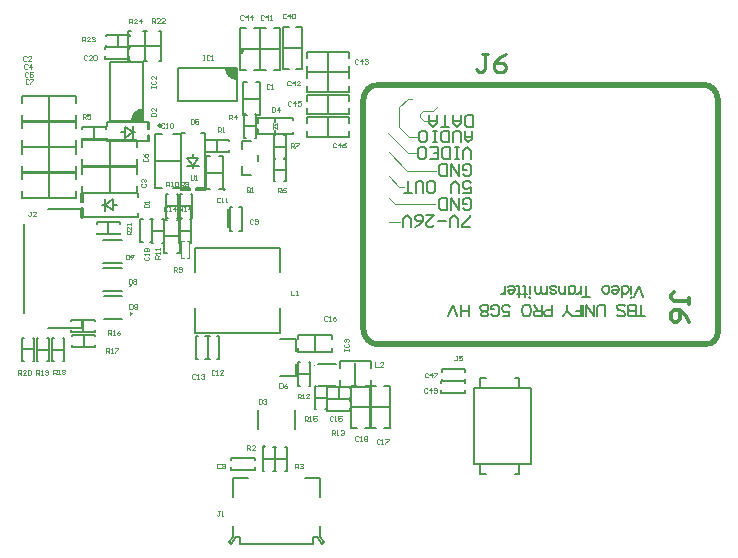
<source format=gto>
G04*
G04 #@! TF.GenerationSoftware,Altium Limited,Altium Designer,24.10.1 (45)*
G04*
G04 Layer_Color=65535*
%FSLAX25Y25*%
%MOIN*%
G70*
G04*
G04 #@! TF.SameCoordinates,1F7DBCF5-7643-4606-9888-D8ADD4ED05EF*
G04*
G04*
G04 #@! TF.FilePolarity,Positive*
G04*
G01*
G75*
%ADD10C,0.00787*%
%ADD11C,0.00984*%
%ADD12C,0.01968*%
%ADD13C,0.00394*%
%ADD14C,0.00600*%
%ADD15C,0.00591*%
%ADD16C,0.00472*%
%ADD17C,0.00500*%
%ADD18C,0.01000*%
%ADD19C,0.01181*%
G36*
X44476Y141287D02*
X40976D01*
Y141632D01*
X41111Y142308D01*
X41375Y142945D01*
X41758Y143518D01*
X42245Y144006D01*
X42818Y144389D01*
X43455Y144653D01*
X44132Y144787D01*
X44476D01*
D01*
Y141287D01*
D02*
G37*
G36*
X75779Y158531D02*
Y155032D01*
X75435D01*
X74759Y155166D01*
X74122Y155430D01*
X73548Y155813D01*
X73061Y156300D01*
X72678Y156874D01*
X72414Y157511D01*
X72280Y158187D01*
Y158531D01*
D01*
X75779D01*
D02*
G37*
D10*
X72280D02*
G03*
X75779Y155032I3500J0D01*
G01*
X44476Y144787D02*
G03*
X40976Y141287I0J-3500D01*
G01*
X85433Y32500D02*
G03*
X85433Y32500I-394J0D01*
G01*
X72047Y118110D02*
G03*
X72047Y118110I-394J0D01*
G01*
X54769Y136755D02*
X57131D01*
Y118645D02*
Y136755D01*
X54769Y118645D02*
X57131D01*
X48469Y136755D02*
X50832D01*
X48469Y118645D02*
Y136755D01*
Y118645D02*
X50832D01*
X48469Y127700D02*
X57131D01*
X37402Y137402D02*
X38583D01*
X41339D02*
X42126D01*
X38583Y135433D02*
Y138976D01*
Y135433D02*
X41339Y137402D01*
X38583Y138976D02*
X41339Y137402D01*
Y135433D02*
Y139370D01*
X4331Y146850D02*
Y149213D01*
X22441D01*
Y146850D02*
Y149213D01*
X4331Y140551D02*
Y142913D01*
Y140551D02*
X22441D01*
Y142913D01*
X13386Y140551D02*
Y149213D01*
X24335Y108543D02*
Y111543D01*
X12835D02*
X24335D01*
X4835Y76921D02*
Y106732D01*
X12835Y71921D02*
X24335D01*
Y74921D01*
X4331Y121653D02*
Y124016D01*
X22441D01*
Y121653D02*
Y124016D01*
X4331Y115354D02*
Y117717D01*
Y115354D02*
X22441D01*
Y117717D01*
X13386Y115354D02*
Y124016D01*
X4331Y129921D02*
Y132283D01*
X22441D01*
Y129921D02*
Y132283D01*
X4331Y123622D02*
Y125984D01*
Y123622D02*
X22441D01*
Y125984D01*
X13386Y123622D02*
Y132283D01*
X4331Y138583D02*
Y140945D01*
X22441D01*
Y138583D02*
Y140945D01*
X4331Y132283D02*
Y134646D01*
Y132283D02*
X22441D01*
Y134646D01*
X13386Y132283D02*
Y140945D01*
X76122Y147531D02*
Y158531D01*
X56437D02*
X76122D01*
X56437Y147531D02*
Y158531D01*
Y147531D02*
X76122D01*
X33476Y140945D02*
X44476D01*
Y160630D01*
X33476D02*
X44476D01*
X33476Y140945D02*
Y160630D01*
X61811Y90551D02*
Y98819D01*
X90158Y90551D02*
Y98819D01*
X61811Y70472D02*
Y78740D01*
X90158Y70472D02*
Y78740D01*
X61811Y98819D02*
X90158D01*
X61811Y70472D02*
X90158D01*
X59449Y125984D02*
X63386D01*
X61417D02*
X62992Y128740D01*
X59449D02*
X61417Y125984D01*
X59449Y128740D02*
X62992D01*
X61417Y125197D02*
Y125984D01*
Y128740D02*
Y129921D01*
X77559Y131595D02*
Y134449D01*
X80709D01*
X77559Y123031D02*
Y125886D01*
Y123031D02*
X80709D01*
X83071Y127756D02*
Y129724D01*
X113386Y140256D02*
Y142224D01*
X99213D02*
X113386D01*
X99213Y140256D02*
Y142224D01*
X113386Y135728D02*
Y137697D01*
X99213Y135728D02*
X113386D01*
X99213D02*
Y137697D01*
X106299Y135728D02*
Y142224D01*
X113386Y147736D02*
Y149705D01*
X99213D02*
X113386D01*
X99213Y147736D02*
Y149705D01*
X113386Y143209D02*
Y145177D01*
X99213Y143209D02*
X113386D01*
X99213D02*
Y145177D01*
X106299Y143209D02*
Y149705D01*
X113386Y155217D02*
Y157185D01*
X99213D02*
X113386D01*
X99213Y155217D02*
Y157185D01*
X113386Y150689D02*
Y152657D01*
X99213Y150689D02*
X113386D01*
X99213D02*
Y152657D01*
X106299Y150689D02*
Y157185D01*
X113386Y161909D02*
Y163878D01*
X99213D02*
X113386D01*
X99213Y161909D02*
Y163878D01*
X113386Y157382D02*
Y159350D01*
X99213Y157382D02*
X113386D01*
X99213D02*
Y159350D01*
X106299Y157382D02*
Y163878D01*
X155118Y34449D02*
Y41831D01*
Y30512D02*
Y34449D01*
X174016Y26575D02*
Y31496D01*
X159055Y52165D02*
X174016D01*
Y44291D02*
Y52165D01*
X155118Y44291D02*
Y48228D01*
Y41831D02*
Y44291D01*
X174016Y31496D02*
Y44291D01*
X159055Y26575D02*
X174016D01*
X170079Y23425D02*
Y26575D01*
X168504Y23425D02*
X170079D01*
X157087D02*
X159055D01*
X157087D02*
Y25000D01*
Y53740D02*
Y55315D01*
X159055D01*
X168504D02*
X170079D01*
Y52165D02*
Y55315D01*
X157087Y52165D02*
Y53740D01*
Y52165D02*
X159055D01*
X155118D02*
X157087D01*
X155118Y48228D02*
Y52165D01*
X157087Y26575D02*
X159055D01*
X157087Y25000D02*
Y26575D01*
X155118D02*
X157087D01*
X155118D02*
Y30512D01*
X102854Y59941D02*
X108957D01*
X102854Y52658D02*
X108957D01*
X118602Y38583D02*
X120571D01*
Y52756D01*
X118602D02*
X120571D01*
X114075Y38583D02*
X116043D01*
X114075D02*
Y52756D01*
X116043D01*
X114075Y45669D02*
X120571D01*
X124902Y38583D02*
X126870D01*
Y52756D01*
X124902D02*
X126870D01*
X120374Y38583D02*
X122343D01*
X120374D02*
Y52756D01*
X122343D01*
X120374Y45669D02*
X126870D01*
X34646Y112992D02*
X35827D01*
X31102D02*
X31890D01*
X34646Y111417D02*
Y114961D01*
X31890Y112992D02*
X34646Y114961D01*
X31890Y112992D02*
X34646Y111417D01*
X31890Y111024D02*
Y114961D01*
X42520Y116929D02*
Y119291D01*
X24409Y116929D02*
X42520D01*
X24409D02*
Y119291D01*
X42520Y123228D02*
Y125591D01*
X24409D02*
X42520D01*
X24409Y123228D02*
Y125591D01*
X33465Y116929D02*
Y125591D01*
X42520Y125984D02*
Y128347D01*
X24409Y125984D02*
X42520D01*
X24409D02*
Y128347D01*
X42520Y132283D02*
Y134646D01*
X24409D02*
X42520D01*
X24409Y132283D02*
Y134646D01*
X33465Y125984D02*
Y134646D01*
X77067Y164961D02*
X83563D01*
X81595Y157874D02*
X83563D01*
Y172047D01*
X81595D02*
X83563D01*
X77067Y157874D02*
X79035D01*
X77067D02*
Y172047D01*
X79035D01*
X83760Y164961D02*
X90256D01*
X88287Y157874D02*
X90256D01*
Y172047D01*
X88287D02*
X90256D01*
X83760Y157874D02*
X85728D01*
X83760D02*
Y172047D01*
X85728D01*
X91240Y165354D02*
X97736D01*
X95768Y158268D02*
X97736D01*
Y172441D01*
X95768D02*
X97736D01*
X91240Y158268D02*
X93209D01*
X91240D02*
Y172441D01*
X93209D01*
X153543Y105612D02*
X150919D01*
Y106267D01*
X153543Y108891D01*
Y109547D01*
X149608Y105612D02*
Y108235D01*
X148296Y109547D01*
X146984Y108235D01*
Y105612D01*
X145672Y107579D02*
X143048D01*
X139112Y109547D02*
X141736D01*
X139112Y106923D01*
Y106267D01*
X139768Y105612D01*
X141080D01*
X141736Y106267D01*
X135177Y105612D02*
X136488Y106267D01*
X137800Y107579D01*
Y108891D01*
X137144Y109547D01*
X135833D01*
X135177Y108891D01*
Y108235D01*
X135833Y107579D01*
X137800D01*
X133865Y105612D02*
Y108235D01*
X132553Y109547D01*
X131241Y108235D01*
Y105612D01*
X151215Y111976D02*
X151871Y111320D01*
X153183D01*
X153839Y111976D01*
Y114600D01*
X153183Y115256D01*
X151871D01*
X151215Y114600D01*
Y113288D01*
X152527D01*
X149903Y115256D02*
Y111320D01*
X147279Y115256D01*
Y111320D01*
X145967D02*
Y115256D01*
X143999D01*
X143343Y114600D01*
Y111976D01*
X143999Y111320D01*
X145967D01*
X151313Y123393D02*
X151969Y122738D01*
X153281D01*
X153937Y123393D01*
Y126017D01*
X153281Y126673D01*
X151969D01*
X151313Y126017D01*
Y124705D01*
X152625D01*
X150001Y126673D02*
Y122738D01*
X147377Y126673D01*
Y122738D01*
X146065D02*
Y126673D01*
X144098D01*
X143442Y126017D01*
Y123393D01*
X144098Y122738D01*
X146065D01*
X151215Y117029D02*
X153839D01*
Y118997D01*
X152527Y118341D01*
X151871D01*
X151215Y118997D01*
Y120309D01*
X151871Y120965D01*
X153183D01*
X153839Y120309D01*
X149903Y117029D02*
Y119653D01*
X148591Y120965D01*
X147279Y119653D01*
Y117029D01*
X140064D02*
X141375D01*
X142031Y117685D01*
Y120309D01*
X141375Y120965D01*
X140064D01*
X139408Y120309D01*
Y117685D01*
X140064Y117029D01*
X138096D02*
Y120309D01*
X137440Y120965D01*
X136128D01*
X135472Y120309D01*
Y117029D01*
X134160D02*
X131536D01*
X132848D01*
Y120965D01*
X154035Y128348D02*
Y130972D01*
X152724Y132283D01*
X151412Y130972D01*
Y128348D01*
X150100D02*
X148788D01*
X149444D01*
Y132283D01*
X150100D01*
X148788D01*
X146820Y128348D02*
Y132283D01*
X144852D01*
X144196Y131628D01*
Y129004D01*
X144852Y128348D01*
X146820D01*
X140260D02*
X142884D01*
Y132283D01*
X140260D01*
X142884Y130316D02*
X141572D01*
X136980Y128348D02*
X138293D01*
X138948Y129004D01*
Y131628D01*
X138293Y132283D01*
X136980D01*
X136325Y131628D01*
Y129004D01*
X136980Y128348D01*
X154429Y137795D02*
Y135171D01*
X153117Y133860D01*
X151805Y135171D01*
Y137795D01*
Y135827D01*
X154429D01*
X150493Y133860D02*
Y137139D01*
X149837Y137795D01*
X148526D01*
X147870Y137139D01*
Y133860D01*
X146558D02*
Y137795D01*
X144590D01*
X143934Y137139D01*
Y134516D01*
X144590Y133860D01*
X146558D01*
X142622D02*
X141310D01*
X141966D01*
Y137795D01*
X142622D01*
X141310D01*
X137374Y133860D02*
X138686D01*
X139342Y134516D01*
Y137139D01*
X138686Y137795D01*
X137374D01*
X136718Y137139D01*
Y134516D01*
X137374Y133860D01*
X154528Y139174D02*
Y143110D01*
X152560D01*
X151904Y142454D01*
Y139831D01*
X152560Y139174D01*
X154528D01*
X150592Y143110D02*
Y140486D01*
X149280Y139174D01*
X147968Y140486D01*
Y143110D01*
Y141142D01*
X150592D01*
X146656Y139174D02*
X144032D01*
X145344D01*
Y143110D01*
X142720D02*
Y140486D01*
X141408Y139174D01*
X140096Y140486D01*
Y143110D01*
Y141142D01*
X142720D01*
X210597Y75886D02*
Y79823D01*
X211910Y75886D02*
X209285D01*
X208817D02*
Y79823D01*
Y75886D02*
X207130D01*
X206568Y76074D01*
X206380Y76261D01*
X206193Y76636D01*
Y77011D01*
X206380Y77386D01*
X206568Y77573D01*
X207130Y77761D01*
X208817D02*
X207130D01*
X206568Y77948D01*
X206380Y78136D01*
X206193Y78510D01*
Y79073D01*
X206380Y79448D01*
X206568Y79635D01*
X207130Y79823D01*
X208817D01*
X202688Y76449D02*
X203063Y76074D01*
X203625Y75886D01*
X204375D01*
X204937Y76074D01*
X205312Y76449D01*
Y76824D01*
X205124Y77198D01*
X204937Y77386D01*
X204562Y77573D01*
X203437Y77948D01*
X203063Y78136D01*
X202875Y78323D01*
X202688Y78698D01*
Y79260D01*
X203063Y79635D01*
X203625Y79823D01*
X204375D01*
X204937Y79635D01*
X205312Y79260D01*
X198714Y75886D02*
Y78698D01*
X198527Y79260D01*
X198152Y79635D01*
X197589Y79823D01*
X197214D01*
X196652Y79635D01*
X196277Y79260D01*
X196090Y78698D01*
Y75886D01*
X195003D02*
Y79823D01*
Y75886D02*
X192379Y79823D01*
Y75886D02*
Y79823D01*
X191291Y75886D02*
Y79823D01*
X190467Y75886D02*
Y79823D01*
Y75886D02*
X188030D01*
X190467Y77761D02*
X188967D01*
X187580Y75886D02*
X186081Y77761D01*
Y79823D01*
X184581Y75886D02*
X186081Y77761D01*
X180982Y77948D02*
X179296D01*
X178733Y77761D01*
X178546Y77573D01*
X178358Y77198D01*
Y76636D01*
X178546Y76261D01*
X178733Y76074D01*
X179296Y75886D01*
X180982D01*
Y79823D01*
X177477Y75886D02*
Y79823D01*
Y75886D02*
X175791D01*
X175228Y76074D01*
X175041Y76261D01*
X174853Y76636D01*
Y77011D01*
X175041Y77386D01*
X175228Y77573D01*
X175791Y77761D01*
X177477D01*
X176165D02*
X174853Y79823D01*
X172848Y75886D02*
X173223Y76074D01*
X173598Y76449D01*
X173785Y76824D01*
X173972Y77386D01*
Y78323D01*
X173785Y78885D01*
X173598Y79260D01*
X173223Y79635D01*
X172848Y79823D01*
X172098D01*
X171723Y79635D01*
X171348Y79260D01*
X171161Y78885D01*
X170973Y78323D01*
Y77386D01*
X171161Y76824D01*
X171348Y76449D01*
X171723Y76074D01*
X172098Y75886D01*
X172848D01*
X164713D02*
X166587D01*
X166775Y77573D01*
X166587Y77386D01*
X166025Y77198D01*
X165463D01*
X164901Y77386D01*
X164526Y77761D01*
X164338Y78323D01*
Y78698D01*
X164526Y79260D01*
X164901Y79635D01*
X165463Y79823D01*
X166025D01*
X166587Y79635D01*
X166775Y79448D01*
X166962Y79073D01*
X160646Y76824D02*
X160833Y76449D01*
X161208Y76074D01*
X161583Y75886D01*
X162333D01*
X162707Y76074D01*
X163082Y76449D01*
X163270Y76824D01*
X163457Y77386D01*
Y78323D01*
X163270Y78885D01*
X163082Y79260D01*
X162707Y79635D01*
X162333Y79823D01*
X161583D01*
X161208Y79635D01*
X160833Y79260D01*
X160646Y78885D01*
Y78323D01*
X161583D02*
X160646D01*
X158809Y75886D02*
X159371Y76074D01*
X159558Y76449D01*
Y76824D01*
X159371Y77198D01*
X158996Y77386D01*
X158247Y77573D01*
X157684Y77761D01*
X157309Y78136D01*
X157122Y78510D01*
Y79073D01*
X157309Y79448D01*
X157497Y79635D01*
X158059Y79823D01*
X158809D01*
X159371Y79635D01*
X159558Y79448D01*
X159746Y79073D01*
Y78510D01*
X159558Y78136D01*
X159184Y77761D01*
X158621Y77573D01*
X157872Y77386D01*
X157497Y77198D01*
X157309Y76824D01*
Y76449D01*
X157497Y76074D01*
X158059Y75886D01*
X158809D01*
X153148D02*
Y79823D01*
X150524Y75886D02*
Y79823D01*
X153148Y77761D02*
X150524D01*
X149437Y75886D02*
X147938Y79823D01*
X146438Y75886D02*
X147938Y79823D01*
X211417Y82186D02*
X209918Y86122D01*
X208418Y82186D02*
X209918Y86122D01*
X207537Y82186D02*
X207350Y82373D01*
X207162Y82186D01*
X207350Y81998D01*
X207537Y82186D01*
X207350Y83498D02*
Y86122D01*
X204220Y82186D02*
Y86122D01*
Y84060D02*
X204595Y83685D01*
X204970Y83498D01*
X205532D01*
X205907Y83685D01*
X206282Y84060D01*
X206469Y84623D01*
Y84997D01*
X206282Y85560D01*
X205907Y85935D01*
X205532Y86122D01*
X204970D01*
X204595Y85935D01*
X204220Y85560D01*
X203170Y84623D02*
X200921D01*
Y84248D01*
X201108Y83873D01*
X201296Y83685D01*
X201671Y83498D01*
X202233D01*
X202608Y83685D01*
X202983Y84060D01*
X203170Y84623D01*
Y84997D01*
X202983Y85560D01*
X202608Y85935D01*
X202233Y86122D01*
X201671D01*
X201296Y85935D01*
X200921Y85560D01*
X199140Y83498D02*
X199515Y83685D01*
X199890Y84060D01*
X200077Y84623D01*
Y84997D01*
X199890Y85560D01*
X199515Y85935D01*
X199140Y86122D01*
X198578D01*
X198203Y85935D01*
X197828Y85560D01*
X197641Y84997D01*
Y84623D01*
X197828Y84060D01*
X198203Y83685D01*
X198578Y83498D01*
X199140D01*
X192374Y82186D02*
Y86122D01*
X193686Y82186D02*
X191062D01*
X190593Y83498D02*
Y86122D01*
Y84623D02*
X190406Y84060D01*
X190031Y83685D01*
X189656Y83498D01*
X189094D01*
X186488D02*
Y86122D01*
Y84060D02*
X186863Y83685D01*
X187238Y83498D01*
X187800D01*
X188175Y83685D01*
X188550Y84060D01*
X188737Y84623D01*
Y84997D01*
X188550Y85560D01*
X188175Y85935D01*
X187800Y86122D01*
X187238D01*
X186863Y85935D01*
X186488Y85560D01*
X185439Y83498D02*
Y86122D01*
Y84248D02*
X184876Y83685D01*
X184502Y83498D01*
X183939D01*
X183564Y83685D01*
X183377Y84248D01*
Y86122D01*
X180284Y84060D02*
X180472Y83685D01*
X181034Y83498D01*
X181596D01*
X182159Y83685D01*
X182346Y84060D01*
X182159Y84435D01*
X181784Y84623D01*
X180847Y84810D01*
X180472Y84997D01*
X180284Y85372D01*
Y85560D01*
X180472Y85935D01*
X181034Y86122D01*
X181596D01*
X182159Y85935D01*
X182346Y85560D01*
X179459Y83498D02*
Y86122D01*
Y84248D02*
X178897Y83685D01*
X178522Y83498D01*
X177960D01*
X177585Y83685D01*
X177398Y84248D01*
Y86122D01*
Y84248D02*
X176835Y83685D01*
X176460Y83498D01*
X175898D01*
X175523Y83685D01*
X175336Y84248D01*
Y86122D01*
X173724Y82186D02*
X173536Y82373D01*
X173349Y82186D01*
X173536Y81998D01*
X173724Y82186D01*
X173536Y83498D02*
Y86122D01*
X172093Y82186D02*
Y85372D01*
X171906Y85935D01*
X171531Y86122D01*
X171156D01*
X172655Y83498D02*
X171343D01*
X170031Y82186D02*
Y85372D01*
X169844Y85935D01*
X169469Y86122D01*
X169094D01*
X170594Y83498D02*
X169282D01*
X168532Y84623D02*
X166283D01*
Y84248D01*
X166470Y83873D01*
X166657Y83685D01*
X167032Y83498D01*
X167595D01*
X167970Y83685D01*
X168344Y84060D01*
X168532Y84623D01*
Y84997D01*
X168344Y85560D01*
X167970Y85935D01*
X167595Y86122D01*
X167032D01*
X166657Y85935D01*
X166283Y85560D01*
X165439Y83498D02*
Y86122D01*
Y84623D02*
X165252Y84060D01*
X164877Y83685D01*
X164502Y83498D01*
X163940D01*
D11*
X78012Y164331D02*
G03*
X78012Y164331I-492J0D01*
G01*
X50768Y139547D02*
G03*
X50768Y139547I-492J0D01*
G01*
D12*
X118110Y71535D02*
G03*
X123110Y66535I5000J0D01*
G01*
Y153150D02*
G03*
X118110Y148150I0J-5000D01*
G01*
X236221D02*
G03*
X231221Y153150I-5000J0D01*
G01*
X232185Y66535D02*
G03*
X236221Y70571I0J4035D01*
G01*
X123110Y66535D02*
X232185Y66536D01*
X118110Y71535D02*
Y148150D01*
X123110Y153150D02*
X231221D01*
X236221Y70571D02*
Y148150D01*
D13*
X101772Y59449D02*
G03*
X101772Y59449I-197J0D01*
G01*
X57382Y100886D02*
X58169D01*
X57382Y95374D02*
Y100886D01*
Y95374D02*
X58169D01*
X59153D02*
X59941D01*
Y100886D01*
X59153D02*
X59941D01*
X87894Y139370D02*
X89272Y140354D01*
Y139370D02*
Y140354D01*
X87894Y139370D02*
Y140256D01*
Y138484D02*
Y139370D01*
X89272Y138386D02*
Y139370D01*
X87894D02*
X89272Y138386D01*
X51739Y140092D02*
X51477Y140354D01*
X50952D01*
X50690Y140092D01*
Y139042D01*
X50952Y138780D01*
X51477D01*
X51739Y139042D01*
X52264Y138780D02*
X52789D01*
X52526D01*
Y140354D01*
X52264Y140092D01*
X53576D02*
X53838Y140354D01*
X54363D01*
X54625Y140092D01*
Y139042D01*
X54363Y138780D01*
X53838D01*
X53576Y139042D01*
Y140092D01*
X47343Y142684D02*
X48917D01*
Y143471D01*
X48655Y143734D01*
X47605D01*
X47343Y143471D01*
Y142684D01*
X48917Y145308D02*
Y144258D01*
X47868Y145308D01*
X47605D01*
X47343Y145046D01*
Y144521D01*
X47605Y144258D01*
X40748Y103183D02*
X39173D01*
Y103970D01*
X39436Y104233D01*
X39961D01*
X40223Y103970D01*
Y103183D01*
Y103708D02*
X40748Y104233D01*
Y105807D02*
Y104757D01*
X39698Y105807D01*
X39436D01*
X39173Y105544D01*
Y105020D01*
X39436Y104757D01*
X40748Y106332D02*
Y106856D01*
Y106594D01*
X39173D01*
X39436Y106332D01*
X5840Y162434D02*
X5578Y162697D01*
X5053D01*
X4790Y162434D01*
Y161385D01*
X5053Y161122D01*
X5578D01*
X5840Y161385D01*
X7414Y161122D02*
X6365D01*
X7414Y162172D01*
Y162434D01*
X7152Y162697D01*
X6627D01*
X6365Y162434D01*
X7415Y110827D02*
X6890D01*
X7152D01*
Y109515D01*
X6890Y109252D01*
X6628D01*
X6365Y109515D01*
X8989Y109252D02*
X7940D01*
X8989Y110302D01*
Y110564D01*
X8727Y110827D01*
X8202D01*
X7940Y110564D01*
X6529Y154757D02*
X6267Y155019D01*
X5742D01*
X5479Y154757D01*
Y153708D01*
X5742Y153445D01*
X6267D01*
X6529Y153708D01*
X7054Y155019D02*
X8103D01*
Y154757D01*
X7054Y153708D01*
Y153445D01*
X6332Y157021D02*
X6070Y157283D01*
X5545D01*
X5283Y157021D01*
Y155971D01*
X5545Y155709D01*
X6070D01*
X6332Y155971D01*
X7906Y157283D02*
X6857D01*
Y156496D01*
X7382Y156758D01*
X7644D01*
X7906Y156496D01*
Y155971D01*
X7644Y155709D01*
X7119D01*
X6857Y155971D01*
X6135Y159678D02*
X5873Y159941D01*
X5348D01*
X5086Y159678D01*
Y158629D01*
X5348Y158366D01*
X5873D01*
X6135Y158629D01*
X7447Y158366D02*
Y159941D01*
X6660Y159153D01*
X7710D01*
X64535Y162893D02*
X65059D01*
X64797D01*
Y161319D01*
X64535D01*
X65059D01*
X66896Y162631D02*
X66634Y162893D01*
X66109D01*
X65847Y162631D01*
Y161582D01*
X66109Y161319D01*
X66634D01*
X66896Y161582D01*
X67421Y161319D02*
X67946D01*
X67683D01*
Y162893D01*
X67421Y162631D01*
X47606Y173721D02*
Y175295D01*
X48393D01*
X48655Y175033D01*
Y174508D01*
X48393Y174246D01*
X47606D01*
X48130D02*
X48655Y173721D01*
X50230D02*
X49180D01*
X50230Y174770D01*
Y175033D01*
X49967Y175295D01*
X49442D01*
X49180Y175033D01*
X51804Y173721D02*
X50754D01*
X51804Y174770D01*
Y175033D01*
X51541Y175295D01*
X51017D01*
X50754Y175033D01*
X40027Y173524D02*
Y175098D01*
X40814D01*
X41076Y174836D01*
Y174311D01*
X40814Y174049D01*
X40027D01*
X40552D02*
X41076Y173524D01*
X42651D02*
X41601D01*
X42651Y174573D01*
Y174836D01*
X42388Y175098D01*
X41864D01*
X41601Y174836D01*
X43963Y173524D02*
Y175098D01*
X43176Y174311D01*
X44225D01*
X24377Y167520D02*
Y169094D01*
X25164D01*
X25427Y168832D01*
Y168307D01*
X25164Y168045D01*
X24377D01*
X24902D02*
X25427Y167520D01*
X27001D02*
X25952D01*
X27001Y168570D01*
Y168832D01*
X26739Y169094D01*
X26214D01*
X25952Y168832D01*
X27526D02*
X27788Y169094D01*
X28313D01*
X28575Y168832D01*
Y168570D01*
X28313Y168307D01*
X28051D01*
X28313D01*
X28575Y168045D01*
Y167782D01*
X28313Y167520D01*
X27788D01*
X27526Y167782D01*
X47441Y152068D02*
Y152592D01*
Y152330D01*
X49016D01*
Y152068D01*
Y152592D01*
X47704Y154429D02*
X47441Y154167D01*
Y153642D01*
X47704Y153379D01*
X48753D01*
X49016Y153642D01*
Y154167D01*
X48753Y154429D01*
X49016Y156003D02*
Y154954D01*
X47966Y156003D01*
X47704D01*
X47441Y155741D01*
Y155216D01*
X47704Y154954D01*
X26017Y162631D02*
X25755Y162893D01*
X25230D01*
X24968Y162631D01*
Y161582D01*
X25230Y161319D01*
X25755D01*
X26017Y161582D01*
X27592Y161319D02*
X26542D01*
X27592Y162369D01*
Y162631D01*
X27329Y162893D01*
X26805D01*
X26542Y162631D01*
X28117D02*
X28379Y162893D01*
X28904D01*
X29166Y162631D01*
Y161582D01*
X28904Y161319D01*
X28379D01*
X28117Y161582D01*
Y162631D01*
X86910Y153084D02*
X86647Y153346D01*
X86122D01*
X85860Y153084D01*
Y152034D01*
X86122Y151772D01*
X86647D01*
X86910Y152034D01*
X87434Y151772D02*
X87959D01*
X87697D01*
Y153346D01*
X87434Y153084D01*
X81332Y108104D02*
X81070Y108366D01*
X80545D01*
X80283Y108104D01*
Y107054D01*
X80545Y106792D01*
X81070D01*
X81332Y107054D01*
X81857D02*
X82119Y106792D01*
X82644D01*
X82906Y107054D01*
Y108104D01*
X82644Y108366D01*
X82119D01*
X81857Y108104D01*
Y107841D01*
X82119Y107579D01*
X82906D01*
X50197Y95145D02*
X48622D01*
Y95932D01*
X48885Y96194D01*
X49409D01*
X49672Y95932D01*
Y95145D01*
Y95670D02*
X50197Y96194D01*
Y96719D02*
Y97244D01*
Y96982D01*
X48622D01*
X48885Y96719D01*
X50197Y98031D02*
Y98556D01*
Y98294D01*
X48622D01*
X48885Y98031D01*
X45341Y95735D02*
X45079Y95473D01*
Y94948D01*
X45341Y94686D01*
X46391D01*
X46653Y94948D01*
Y95473D01*
X46391Y95735D01*
X46653Y96260D02*
Y96785D01*
Y96522D01*
X45079D01*
X45341Y96260D01*
X46391Y97572D02*
X46653Y97834D01*
Y98359D01*
X46391Y98621D01*
X45341D01*
X45079Y98359D01*
Y97834D01*
X45341Y97572D01*
X45604D01*
X45866Y97834D01*
Y98621D01*
X94029Y84449D02*
Y82874D01*
X95079D01*
X95604D02*
X96128D01*
X95866D01*
Y84449D01*
X95604Y84186D01*
X54889Y90748D02*
Y92323D01*
X55676D01*
X55938Y92060D01*
Y91535D01*
X55676Y91273D01*
X54889D01*
X55414D02*
X55938Y90748D01*
X56463Y91011D02*
X56726Y90748D01*
X57250D01*
X57513Y91011D01*
Y92060D01*
X57250Y92323D01*
X56726D01*
X56463Y92060D01*
Y91798D01*
X56726Y91535D01*
X57513D01*
X60499Y141535D02*
Y139961D01*
X61286D01*
X61549Y140223D01*
Y141273D01*
X61286Y141535D01*
X60499D01*
X63123D02*
X62073D01*
Y140748D01*
X62598Y141010D01*
X62861D01*
X63123Y140748D01*
Y140223D01*
X62861Y139961D01*
X62336D01*
X62073Y140223D01*
X69620Y137303D02*
Y138878D01*
X70407D01*
X70669Y138615D01*
Y138091D01*
X70407Y137828D01*
X69620D01*
X70144D02*
X70669Y137303D01*
X71194D02*
X71719D01*
X71456D01*
Y138878D01*
X71194Y138615D01*
X70309Y115190D02*
X70046Y115453D01*
X69521D01*
X69259Y115190D01*
Y114141D01*
X69521Y113878D01*
X70046D01*
X70309Y114141D01*
X70833Y113878D02*
X71358D01*
X71096D01*
Y115453D01*
X70833Y115190D01*
X72145Y113878D02*
X72670D01*
X72408D01*
Y115453D01*
X72145Y115190D01*
X80216Y117586D02*
Y118635D01*
X79954Y118897D01*
X79429D01*
X79167Y118635D01*
Y117586D01*
X79429Y117323D01*
X79954D01*
X79692Y117848D02*
X80216Y117323D01*
X79954D02*
X80216Y117586D01*
X80741Y117323D02*
X81266D01*
X81004D01*
Y118897D01*
X80741Y118635D01*
X73294Y141536D02*
Y143110D01*
X74081D01*
X74344Y142848D01*
Y142323D01*
X74081Y142060D01*
X73294D01*
X73819D02*
X74344Y141536D01*
X75656D02*
Y143110D01*
X74869Y142323D01*
X75918D01*
X87665Y145571D02*
Y143996D01*
X88452D01*
X88714Y144259D01*
Y145308D01*
X88452Y145571D01*
X87665D01*
X90026Y143996D02*
Y145571D01*
X89239Y144783D01*
X90288D01*
X93865Y131988D02*
Y133563D01*
X94652D01*
X94915Y133300D01*
Y132776D01*
X94652Y132513D01*
X93865D01*
X94390D02*
X94915Y131988D01*
X95439Y133563D02*
X96489D01*
Y133300D01*
X95439Y132251D01*
Y131988D01*
X89535Y117225D02*
Y118799D01*
X90322D01*
X90584Y118537D01*
Y118012D01*
X90322Y117749D01*
X89535D01*
X90059D02*
X90584Y117225D01*
X92158Y118799D02*
X91634Y118537D01*
X91109Y118012D01*
Y117487D01*
X91371Y117225D01*
X91896D01*
X92158Y117487D01*
Y117749D01*
X91896Y118012D01*
X91109D01*
X108990Y133497D02*
X108728Y133760D01*
X108203D01*
X107940Y133497D01*
Y132448D01*
X108203Y132185D01*
X108728D01*
X108990Y132448D01*
X110302Y132185D02*
Y133760D01*
X109515Y132973D01*
X110564D01*
X112138Y133760D02*
X111614Y133497D01*
X111089Y132973D01*
Y132448D01*
X111351Y132185D01*
X111876D01*
X112138Y132448D01*
Y132710D01*
X111876Y132973D01*
X111089D01*
X94029Y147474D02*
X93767Y147736D01*
X93242D01*
X92980Y147474D01*
Y146424D01*
X93242Y146162D01*
X93767D01*
X94029Y146424D01*
X95341Y146162D02*
Y147736D01*
X94554Y146949D01*
X95604D01*
X97178Y147736D02*
X96128D01*
Y146949D01*
X96653Y147211D01*
X96915D01*
X97178Y146949D01*
Y146424D01*
X96915Y146162D01*
X96391D01*
X96128Y146424D01*
X93832Y154166D02*
X93570Y154429D01*
X93045D01*
X92783Y154166D01*
Y153117D01*
X93045Y152855D01*
X93570D01*
X93832Y153117D01*
X95144Y152855D02*
Y154429D01*
X94357Y153642D01*
X95407D01*
X96981Y152855D02*
X95931D01*
X96981Y153904D01*
Y154166D01*
X96719Y154429D01*
X96194D01*
X95931Y154166D01*
X116372Y161450D02*
X116109Y161712D01*
X115585D01*
X115322Y161450D01*
Y160400D01*
X115585Y160138D01*
X116109D01*
X116372Y160400D01*
X117684Y160138D02*
Y161712D01*
X116896Y160925D01*
X117946D01*
X118471Y161450D02*
X118733Y161712D01*
X119258D01*
X119520Y161450D01*
Y161188D01*
X119258Y160925D01*
X118996D01*
X119258D01*
X119520Y160663D01*
Y160400D01*
X119258Y160138D01*
X118733D01*
X118471Y160400D01*
X149442Y62795D02*
X148918D01*
X149180D01*
Y61483D01*
X148918Y61221D01*
X148655D01*
X148393Y61483D01*
X151017Y62795D02*
X149967D01*
Y62008D01*
X150492Y62270D01*
X150754D01*
X151017Y62008D01*
Y61483D01*
X150754Y61221D01*
X150230D01*
X149967Y61483D01*
X139600Y56824D02*
X139338Y57086D01*
X138813D01*
X138551Y56824D01*
Y55774D01*
X138813Y55512D01*
X139338D01*
X139600Y55774D01*
X140912Y55512D02*
Y57086D01*
X140125Y56299D01*
X141174D01*
X141699Y57086D02*
X142749D01*
Y56824D01*
X141699Y55774D01*
Y55512D01*
X139403Y51706D02*
X139141Y51968D01*
X138616D01*
X138354Y51706D01*
Y50656D01*
X138616Y50394D01*
X139141D01*
X139403Y50656D01*
X140715Y50394D02*
Y51968D01*
X139928Y51181D01*
X140978D01*
X141502Y50656D02*
X141765Y50394D01*
X142289D01*
X142552Y50656D01*
Y51706D01*
X142289Y51968D01*
X141765D01*
X141502Y51706D01*
Y51443D01*
X141765Y51181D01*
X142552D01*
X90125Y53543D02*
Y51969D01*
X90912D01*
X91175Y52231D01*
Y53281D01*
X90912Y53543D01*
X90125D01*
X92749D02*
X92224Y53281D01*
X91699Y52756D01*
Y52231D01*
X91962Y51969D01*
X92487D01*
X92749Y52231D01*
Y52494D01*
X92487Y52756D01*
X91699D01*
X96162Y48524D02*
Y50098D01*
X96949D01*
X97212Y49836D01*
Y49311D01*
X96949Y49049D01*
X96162D01*
X96687D02*
X97212Y48524D01*
X97736D02*
X98261D01*
X97999D01*
Y50098D01*
X97736Y49836D01*
X100098Y48524D02*
X99048D01*
X100098Y49573D01*
Y49836D01*
X99835Y50098D01*
X99311D01*
X99048Y49836D01*
X106168Y75820D02*
X105906Y76082D01*
X105381D01*
X105119Y75820D01*
Y74770D01*
X105381Y74508D01*
X105906D01*
X106168Y74770D01*
X106693Y74508D02*
X107218D01*
X106955D01*
Y76082D01*
X106693Y75820D01*
X109055Y76082D02*
X108530Y75820D01*
X108005Y75295D01*
Y74770D01*
X108267Y74508D01*
X108792D01*
X109055Y74770D01*
Y75033D01*
X108792Y75295D01*
X108005D01*
X111614Y64371D02*
Y64895D01*
Y64633D01*
X113189D01*
Y64371D01*
Y64895D01*
X111877Y66732D02*
X111614Y66470D01*
Y65945D01*
X111877Y65683D01*
X112926D01*
X113189Y65945D01*
Y66470D01*
X112926Y66732D01*
X111877Y67257D02*
X111614Y67519D01*
Y68044D01*
X111877Y68306D01*
X112139D01*
X112402Y68044D01*
Y67782D01*
Y68044D01*
X112664Y68306D01*
X112926D01*
X113189Y68044D01*
Y67519D01*
X112926Y67257D01*
X122113Y60630D02*
Y59055D01*
X123163D01*
X124737D02*
X123688D01*
X124737Y60105D01*
Y60367D01*
X124475Y60630D01*
X123950D01*
X123688Y60367D01*
X107940Y42257D02*
X107678Y42519D01*
X107153D01*
X106890Y42257D01*
Y41208D01*
X107153Y40945D01*
X107678D01*
X107940Y41208D01*
X108465Y40945D02*
X108990D01*
X108727D01*
Y42519D01*
X108465Y42257D01*
X110826Y42519D02*
X109777D01*
Y41732D01*
X110301Y41995D01*
X110564D01*
X110826Y41732D01*
Y41208D01*
X110564Y40945D01*
X110039D01*
X109777Y41208D01*
X107579Y36319D02*
Y37894D01*
X108367D01*
X108629Y37631D01*
Y37106D01*
X108367Y36844D01*
X107579D01*
X108104D02*
X108629Y36319D01*
X109154D02*
X109678D01*
X109416D01*
Y37894D01*
X109154Y37631D01*
X110466D02*
X110728Y37894D01*
X111253D01*
X111515Y37631D01*
Y37369D01*
X111253Y37106D01*
X110990D01*
X111253D01*
X111515Y36844D01*
Y36582D01*
X111253Y36319D01*
X110728D01*
X110466Y36582D01*
X116503Y35663D02*
X116241Y35925D01*
X115716D01*
X115453Y35663D01*
Y34613D01*
X115716Y34351D01*
X116241D01*
X116503Y34613D01*
X117028Y34351D02*
X117552D01*
X117290D01*
Y35925D01*
X117028Y35663D01*
X118340D02*
X118602Y35925D01*
X119127D01*
X119389Y35663D01*
Y35400D01*
X119127Y35138D01*
X119389Y34875D01*
Y34613D01*
X119127Y34351D01*
X118602D01*
X118340Y34613D01*
Y34875D01*
X118602Y35138D01*
X118340Y35400D01*
Y35663D01*
X118602Y35138D02*
X119127D01*
X123590Y34678D02*
X123327Y34941D01*
X122802D01*
X122540Y34678D01*
Y33629D01*
X122802Y33366D01*
X123327D01*
X123590Y33629D01*
X124114Y33366D02*
X124639D01*
X124377D01*
Y34941D01*
X124114Y34678D01*
X125426Y34941D02*
X126476D01*
Y34678D01*
X125426Y33629D01*
Y33366D01*
X70276Y11023D02*
X69751D01*
X70013D01*
Y9712D01*
X69751Y9449D01*
X69489D01*
X69226Y9712D01*
X70800Y9449D02*
X71325D01*
X71063D01*
Y11023D01*
X70800Y10761D01*
X70505Y26509D02*
X70243Y26771D01*
X69718D01*
X69456Y26509D01*
Y25460D01*
X69718Y25197D01*
X70243D01*
X70505Y25460D01*
X71030Y26509D02*
X71293Y26771D01*
X71817D01*
X72080Y26509D01*
Y26247D01*
X71817Y25984D01*
X72080Y25722D01*
Y25460D01*
X71817Y25197D01*
X71293D01*
X71030Y25460D01*
Y25722D01*
X71293Y25984D01*
X71030Y26247D01*
Y26509D01*
X71293Y25984D02*
X71817D01*
X79298Y31398D02*
Y32972D01*
X80085D01*
X80348Y32710D01*
Y32185D01*
X80085Y31923D01*
X79298D01*
X79823D02*
X80348Y31398D01*
X81922D02*
X80873D01*
X81922Y32447D01*
Y32710D01*
X81660Y32972D01*
X81135D01*
X80873Y32710D01*
X95342Y25197D02*
Y26771D01*
X96129D01*
X96391Y26509D01*
Y25984D01*
X96129Y25722D01*
X95342D01*
X95866D02*
X96391Y25197D01*
X96916Y26509D02*
X97178Y26771D01*
X97703D01*
X97965Y26509D01*
Y26247D01*
X97703Y25984D01*
X97441D01*
X97703D01*
X97965Y25722D01*
Y25460D01*
X97703Y25197D01*
X97178D01*
X96916Y25460D01*
X83137Y48327D02*
Y46752D01*
X83924D01*
X84186Y47015D01*
Y48064D01*
X83924Y48327D01*
X83137D01*
X84711Y48064D02*
X84974Y48327D01*
X85498D01*
X85761Y48064D01*
Y47802D01*
X85498Y47539D01*
X85236D01*
X85498D01*
X85761Y47277D01*
Y47015D01*
X85498Y46752D01*
X84974D01*
X84711Y47015D01*
X68570Y57808D02*
X68308Y58071D01*
X67783D01*
X67520Y57808D01*
Y56759D01*
X67783Y56496D01*
X68308D01*
X68570Y56759D01*
X69095Y56496D02*
X69619D01*
X69357D01*
Y58071D01*
X69095Y57808D01*
X71456Y56496D02*
X70407D01*
X71456Y57546D01*
Y57808D01*
X71194Y58071D01*
X70669D01*
X70407Y57808D01*
X62172Y56430D02*
X61910Y56693D01*
X61385D01*
X61123Y56430D01*
Y55381D01*
X61385Y55118D01*
X61910D01*
X62172Y55381D01*
X62697Y55118D02*
X63222D01*
X62959D01*
Y56693D01*
X62697Y56430D01*
X64009D02*
X64271Y56693D01*
X64796D01*
X65058Y56430D01*
Y56168D01*
X64796Y55905D01*
X64534D01*
X64796D01*
X65058Y55643D01*
Y55381D01*
X64796Y55118D01*
X64271D01*
X64009Y55381D01*
X3019Y56496D02*
Y58071D01*
X3806D01*
X4069Y57808D01*
Y57284D01*
X3806Y57021D01*
X3019D01*
X3544D02*
X4069Y56496D01*
X5643D02*
X4593D01*
X5643Y57546D01*
Y57808D01*
X5381Y58071D01*
X4856D01*
X4593Y57808D01*
X6168D02*
X6430Y58071D01*
X6955D01*
X7217Y57808D01*
Y56759D01*
X6955Y56496D01*
X6430D01*
X6168Y56759D01*
Y57808D01*
X9056Y56496D02*
Y58071D01*
X9843D01*
X10105Y57808D01*
Y57284D01*
X9843Y57021D01*
X9056D01*
X9580D02*
X10105Y56496D01*
X10630D02*
X11155D01*
X10892D01*
Y58071D01*
X10630Y57808D01*
X11942Y56759D02*
X12204Y56496D01*
X12729D01*
X12991Y56759D01*
Y57808D01*
X12729Y58071D01*
X12204D01*
X11942Y57808D01*
Y57546D01*
X12204Y57284D01*
X12991D01*
X14764Y56595D02*
Y58169D01*
X15552D01*
X15814Y57907D01*
Y57382D01*
X15552Y57120D01*
X14764D01*
X15289D02*
X15814Y56595D01*
X16339D02*
X16863D01*
X16601D01*
Y58169D01*
X16339Y57907D01*
X17651D02*
X17913Y58169D01*
X18438D01*
X18700Y57907D01*
Y57644D01*
X18438Y57382D01*
X18700Y57120D01*
Y56857D01*
X18438Y56595D01*
X17913D01*
X17651Y56857D01*
Y57120D01*
X17913Y57382D01*
X17651Y57644D01*
Y57907D01*
X17913Y57382D02*
X18438D01*
X32383Y63780D02*
Y65354D01*
X33170D01*
X33432Y65092D01*
Y64567D01*
X33170Y64305D01*
X32383D01*
X32907D02*
X33432Y63780D01*
X33957D02*
X34482D01*
X34219D01*
Y65354D01*
X33957Y65092D01*
X35269Y65354D02*
X36318D01*
Y65092D01*
X35269Y64042D01*
Y63780D01*
X33072Y69685D02*
Y71260D01*
X33859D01*
X34121Y70997D01*
Y70473D01*
X33859Y70210D01*
X33072D01*
X33596D02*
X34121Y69685D01*
X34646D02*
X35171D01*
X34908D01*
Y71260D01*
X34646Y70997D01*
X37007Y71260D02*
X36483Y70997D01*
X35958Y70473D01*
Y69948D01*
X36220Y69685D01*
X36745D01*
X37007Y69948D01*
Y70210D01*
X36745Y70473D01*
X35958D01*
X40125Y79921D02*
Y78347D01*
X40912D01*
X41175Y78609D01*
Y79659D01*
X40912Y79921D01*
X40125D01*
X41699Y78609D02*
X41962Y78347D01*
X42487D01*
X42749Y78609D01*
Y79659D01*
X42487Y79921D01*
X41962D01*
X41699Y79659D01*
Y79396D01*
X41962Y79134D01*
X42749D01*
X39830Y88386D02*
Y86811D01*
X40617D01*
X40879Y87074D01*
Y88123D01*
X40617Y88386D01*
X39830D01*
X41404Y88123D02*
X41666Y88386D01*
X42191D01*
X42454Y88123D01*
Y87861D01*
X42191Y87598D01*
X42454Y87336D01*
Y87074D01*
X42191Y86811D01*
X41666D01*
X41404Y87074D01*
Y87336D01*
X41666Y87598D01*
X41404Y87861D01*
Y88123D01*
X41666Y87598D02*
X42191D01*
X39075Y96456D02*
Y94882D01*
X39862D01*
X40124Y95144D01*
Y96194D01*
X39862Y96456D01*
X39075D01*
X40649D02*
X41699D01*
Y96194D01*
X40649Y95144D01*
Y94882D01*
X45079Y112238D02*
X46653D01*
Y113025D01*
X46391Y113287D01*
X45341D01*
X45079Y113025D01*
Y112238D01*
X46653Y113812D02*
Y114337D01*
Y114075D01*
X45079D01*
X45341Y113812D01*
X44357Y120112D02*
X44095Y119849D01*
Y119325D01*
X44357Y119062D01*
X45407D01*
X45669Y119325D01*
Y119849D01*
X45407Y120112D01*
X44357Y120636D02*
X44095Y120899D01*
Y121424D01*
X44357Y121686D01*
X44620D01*
X44882Y121424D01*
Y121161D01*
Y121424D01*
X45144Y121686D01*
X45407D01*
X45669Y121424D01*
Y120899D01*
X45407Y120636D01*
X44849Y128576D02*
X44587Y128314D01*
Y127789D01*
X44849Y127527D01*
X45899D01*
X46161Y127789D01*
Y128314D01*
X45899Y128576D01*
X44587Y130150D02*
X44849Y129626D01*
X45374Y129101D01*
X45899D01*
X46161Y129363D01*
Y129888D01*
X45899Y130150D01*
X45636D01*
X45374Y129888D01*
Y129101D01*
X98524Y40945D02*
Y42519D01*
X99311D01*
X99574Y42257D01*
Y41732D01*
X99311Y41470D01*
X98524D01*
X99049D02*
X99574Y40945D01*
X100099D02*
X100623D01*
X100361D01*
Y42519D01*
X100099Y42257D01*
X102460Y42519D02*
X101410D01*
Y41732D01*
X101935Y41995D01*
X102198D01*
X102460Y41732D01*
Y41208D01*
X102198Y40945D01*
X101673D01*
X101410Y41208D01*
X56700Y111000D02*
Y112574D01*
X57487D01*
X57749Y112312D01*
Y111787D01*
X57487Y111525D01*
X56700D01*
X57225D02*
X57749Y111000D01*
X58274D02*
X58799D01*
X58537D01*
Y112574D01*
X58274Y112312D01*
X60373Y111000D02*
Y112574D01*
X59586Y111787D01*
X60636D01*
X52750Y112212D02*
X52487Y112474D01*
X51962D01*
X51700Y112212D01*
Y111162D01*
X51962Y110900D01*
X52487D01*
X52750Y111162D01*
X53274Y110900D02*
X53799D01*
X53537D01*
Y112474D01*
X53274Y112212D01*
X55373Y110900D02*
Y112474D01*
X54586Y111687D01*
X55636D01*
X60500Y122874D02*
Y121562D01*
X60762Y121300D01*
X61287D01*
X61550Y121562D01*
Y122874D01*
X62074Y121300D02*
X62599D01*
X62337D01*
Y122874D01*
X62074Y122612D01*
X52400Y119200D02*
Y120774D01*
X53187D01*
X53449Y120512D01*
Y119987D01*
X53187Y119725D01*
X52400D01*
X52925D02*
X53449Y119200D01*
X53974D02*
X54499D01*
X54237D01*
Y120774D01*
X53974Y120512D01*
X55286D02*
X55549Y120774D01*
X56073D01*
X56336Y120512D01*
Y119462D01*
X56073Y119200D01*
X55549D01*
X55286Y119462D01*
Y120512D01*
X57100Y119200D02*
Y120774D01*
X57887D01*
X58149Y120512D01*
Y119987D01*
X57887Y119725D01*
X57100D01*
X57625D02*
X58149Y119200D01*
X58674Y120512D02*
X58937Y120774D01*
X59461D01*
X59724Y120512D01*
Y120249D01*
X59461Y119987D01*
X59724Y119725D01*
Y119462D01*
X59461Y119200D01*
X58937D01*
X58674Y119462D01*
Y119725D01*
X58937Y119987D01*
X58674Y120249D01*
Y120512D01*
X58937Y119987D02*
X59461D01*
X24500Y141800D02*
Y143374D01*
X25287D01*
X25550Y143112D01*
Y142587D01*
X25287Y142325D01*
X24500D01*
X25025D02*
X25550Y141800D01*
X27124Y143374D02*
X26074D01*
Y142587D01*
X26599Y142850D01*
X26861D01*
X27124Y142587D01*
Y142062D01*
X26861Y141800D01*
X26337D01*
X26074Y142062D01*
X78149Y176112D02*
X77887Y176374D01*
X77362D01*
X77100Y176112D01*
Y175062D01*
X77362Y174800D01*
X77887D01*
X78149Y175062D01*
X79461Y174800D02*
Y176374D01*
X78674Y175587D01*
X79724D01*
X81036Y174800D02*
Y176374D01*
X80249Y175587D01*
X81298D01*
X84850Y176112D02*
X84587Y176374D01*
X84062D01*
X83800Y176112D01*
Y175062D01*
X84062Y174800D01*
X84587D01*
X84850Y175062D01*
X86161Y174800D02*
Y176374D01*
X85374Y175587D01*
X86424D01*
X86949Y174800D02*
X87473D01*
X87211D01*
Y176374D01*
X86949Y176112D01*
X92250Y176512D02*
X91987Y176774D01*
X91462D01*
X91200Y176512D01*
Y175462D01*
X91462Y175200D01*
X91987D01*
X92250Y175462D01*
X93561Y175200D02*
Y176774D01*
X92774Y175987D01*
X93824D01*
X94349Y176512D02*
X94611Y176774D01*
X95136D01*
X95398Y176512D01*
Y175462D01*
X95136Y175200D01*
X94611D01*
X94349Y175462D01*
Y176512D01*
D14*
X40506Y76481D02*
G03*
X40506Y77062I75J291D01*
G01*
X40312Y85929D02*
G03*
X40312Y86511I75J291D01*
G01*
Y95378D02*
G03*
X40312Y95959I75J291D01*
G01*
X95513Y56014D02*
Y59986D01*
X90345Y56014D02*
X95513D01*
Y64227D02*
Y68395D01*
X90345D02*
X95513D01*
X31596Y82590D02*
X37696D01*
X31596Y74890D02*
X37696D01*
X31402Y92039D02*
X37502D01*
X31402Y84339D02*
X37502D01*
X31402Y101488D02*
X37502D01*
X31402Y93788D02*
X37502D01*
D15*
X46764Y138402D02*
Y140551D01*
X46264Y138402D02*
X46764D01*
X46264D02*
Y140051D01*
X32764Y139469D02*
Y140551D01*
X46764D01*
X46264Y140051D02*
X46764Y140551D01*
Y134252D02*
Y136402D01*
X46264D02*
X46764D01*
X46264Y134752D02*
Y136402D01*
X32764Y134252D02*
Y135335D01*
Y134252D02*
X46764D01*
X46264Y134752D02*
X46764Y134252D01*
X37037Y106700D02*
Y107200D01*
X29163D02*
X37037D01*
X29163Y106700D02*
Y107200D01*
Y103200D02*
Y103700D01*
Y103200D02*
X37037D01*
Y103700D01*
X33100Y103200D02*
Y107200D01*
X45276Y166142D02*
X50787D01*
X50032Y171142D02*
X50787D01*
Y161142D02*
Y171142D01*
X50032Y161142D02*
X50787D01*
X45276D02*
X46031D01*
X45276D02*
Y171142D01*
X46031D01*
X39764Y166142D02*
X45276D01*
X39764Y161142D02*
X40520D01*
X39764D02*
Y171142D01*
X40520D01*
X44520D02*
X45276D01*
Y161142D02*
Y171142D01*
X44520Y161142D02*
X45276D01*
X40157Y169217D02*
Y169717D01*
X32283D02*
X40157D01*
X32283Y169217D02*
Y169717D01*
Y165717D02*
Y166217D01*
Y165717D02*
X40157D01*
Y166217D01*
X36220Y165717D02*
Y169717D01*
X39937Y164981D02*
Y165769D01*
X32063D02*
X39937D01*
X32063Y164981D02*
Y165769D01*
Y161831D02*
Y162619D01*
Y161831D02*
X39937D01*
Y162619D01*
X82284Y142913D02*
X83465D01*
Y153937D01*
X82284D02*
X83465D01*
X77953D02*
X79134D01*
X77953Y142913D02*
Y153937D01*
Y142913D02*
X79134D01*
X77953Y148425D02*
X83465D01*
X73632Y104463D02*
X74419D01*
X73632D02*
Y112337D01*
X74419D01*
X76781D02*
X77569D01*
Y104463D02*
Y112337D01*
X76781Y104463D02*
X77569D01*
X47606Y108268D02*
X48106D01*
X47606Y100394D02*
Y108268D01*
Y100394D02*
X48106D01*
X51106D02*
X51606D01*
Y108268D01*
X51106D02*
X51606D01*
X47606Y104331D02*
X51606D01*
X46850Y100551D02*
X47638D01*
Y108425D01*
X46850D02*
X47638D01*
X43701D02*
X44488D01*
X43701Y100551D02*
Y108425D01*
Y100551D02*
X44488D01*
X62417Y118559D02*
X65417D01*
X62417Y118059D02*
Y118559D01*
Y118059D02*
X65417D01*
Y118559D01*
X57417Y118059D02*
Y118559D01*
Y118059D02*
X60417D01*
Y118559D01*
X57417D02*
X60417D01*
X65417D02*
Y137059D01*
X57417Y118559D02*
Y137059D01*
X64075D02*
X65417D01*
X57417D02*
X58760D01*
X69291Y130677D02*
Y134677D01*
X73228Y130677D02*
Y131177D01*
X65354Y130677D02*
X73228D01*
X65354D02*
Y131177D01*
Y134177D02*
Y134677D01*
X73228D01*
Y134177D02*
Y134677D01*
X65748Y129232D02*
X66929D01*
X65748Y118209D02*
Y129232D01*
Y118209D02*
X66929D01*
X70079D02*
X71260D01*
Y129232D01*
X70079D02*
X71260D01*
X65748Y123721D02*
X71260D01*
X78315Y139370D02*
X82315D01*
X78315Y135433D02*
X78815D01*
X78315D02*
Y143307D01*
X78815D01*
X81815D02*
X82315D01*
Y135433D02*
Y143307D01*
X81815Y135433D02*
X82315D01*
X88583Y136614D02*
Y137992D01*
Y140748D02*
Y142126D01*
X94583Y141370D02*
Y142126D01*
X82677D02*
X94583D01*
X83083Y140370D02*
Y142126D01*
Y136614D02*
Y138370D01*
X82677Y136614D02*
X94583D01*
Y137370D01*
X82583Y142126D02*
X83083D01*
X82583Y140370D02*
Y142126D01*
Y140370D02*
X83083D01*
X82583Y136614D02*
X83083D01*
X82583D02*
Y138370D01*
X83083D01*
X88157Y132283D02*
X92158D01*
X88157Y128347D02*
X88657D01*
X88157D02*
Y136221D01*
X88657D01*
X91658D02*
X92158D01*
Y128347D02*
Y136221D01*
X91658Y128347D02*
X92158D01*
X88157Y124803D02*
X92158D01*
X91658Y128740D02*
X92158D01*
Y120866D02*
Y128740D01*
X91658Y120866D02*
X92158D01*
X88157D02*
X88657D01*
X88157D02*
Y128740D01*
X88657D01*
X144252Y57480D02*
Y58268D01*
X152126D01*
Y57480D02*
Y58268D01*
Y54331D02*
Y55118D01*
X144252Y54331D02*
X152126D01*
X144252D02*
Y55118D01*
X144095Y53543D02*
Y54331D01*
X151969D01*
Y53543D02*
Y54331D01*
Y50394D02*
Y51181D01*
X144095Y50394D02*
X151969D01*
X144095D02*
Y51181D01*
X99925Y52756D02*
X100425D01*
Y60630D01*
X99925D02*
X100425D01*
X96425D02*
X96925D01*
X96425Y52756D02*
Y60630D01*
Y52756D02*
X96925D01*
X96425Y56693D02*
X100425D01*
X107480Y68504D02*
Y69685D01*
X96457D02*
X107480D01*
X96457Y68504D02*
Y69685D01*
Y64173D02*
Y65354D01*
Y64173D02*
X107480D01*
Y65354D01*
X101969Y64173D02*
Y69685D01*
X115354Y53150D02*
Y60236D01*
X120473Y58661D02*
Y61024D01*
X110236D02*
X120473D01*
X110236Y58661D02*
Y61024D01*
Y52362D02*
Y54724D01*
Y52362D02*
X120473D01*
Y54724D01*
X105905Y44488D02*
Y45276D01*
Y44488D02*
X113779D01*
Y45276D01*
Y47638D02*
Y48425D01*
X105905D02*
X113779D01*
X105905Y47638D02*
Y48425D01*
Y48394D02*
Y48894D01*
Y48394D02*
X113779D01*
Y48894D01*
Y51894D02*
Y52394D01*
X105905D02*
X113779D01*
X105905Y51894D02*
Y52394D01*
X109843Y48394D02*
Y52394D01*
X75540Y2432D02*
X76918D01*
Y70D02*
Y2432D01*
X101328D02*
X102706D01*
X101328Y70D02*
Y2432D01*
X76918Y70D02*
X101328D01*
X73375Y562D02*
X74064Y70D01*
X75540Y2432D01*
X73375Y562D02*
X74556Y2432D01*
X103690D02*
X104871Y562D01*
X102706Y2432D02*
X104182Y70D01*
X104871Y562D01*
X74556Y15621D02*
Y22117D01*
Y2432D02*
Y6173D01*
Y22117D02*
X79477D01*
X98769D02*
X103690D01*
Y2432D02*
Y6173D01*
Y15621D02*
Y22117D01*
X74016Y24803D02*
Y25591D01*
Y24803D02*
X81890D01*
Y25591D01*
Y27953D02*
Y28740D01*
X74016D02*
X81890D01*
X74016Y27953D02*
Y28740D01*
X88114Y24409D02*
X88614D01*
Y32283D01*
X88114D02*
X88614D01*
X84614D02*
X85114D01*
X84614Y24409D02*
Y32283D01*
Y24409D02*
X85114D01*
X84614Y28346D02*
X88614D01*
X92051Y24409D02*
X92551D01*
Y32283D01*
X92051D02*
X92551D01*
X88551D02*
X89051D01*
X88551Y24409D02*
Y32283D01*
Y24409D02*
X89051D01*
X88551Y28346D02*
X92551D01*
X66142Y61575D02*
X66929D01*
X66142D02*
Y69449D01*
X66929D01*
X69291D02*
X70079D01*
Y61575D02*
Y69449D01*
X69291Y61575D02*
X70079D01*
X62205D02*
X62992D01*
X62205D02*
Y69449D01*
X62992D01*
X65354D02*
X66142D01*
Y61575D02*
Y69449D01*
X65354Y61575D02*
X66142D01*
X4379Y68788D02*
X4879D01*
X4379Y60914D02*
Y68788D01*
Y60914D02*
X4879D01*
X7879D02*
X8379D01*
Y68788D01*
X7879D02*
X8379D01*
X4379Y64851D02*
X8379D01*
X9279Y68725D02*
X9779D01*
X9279Y60851D02*
Y68725D01*
Y60851D02*
X9779D01*
X12779D02*
X13279D01*
Y68725D01*
X12779D02*
X13279D01*
X9279Y64788D02*
X13279D01*
X14379Y68757D02*
X14879D01*
X14379Y60883D02*
Y68757D01*
Y60883D02*
X14879D01*
X17879D02*
X18379D01*
Y68757D01*
X17879D02*
X18379D01*
X14379Y64820D02*
X18379D01*
X20873Y65832D02*
Y66332D01*
Y65832D02*
X28747D01*
Y66332D01*
Y69332D02*
Y69832D01*
X20873D02*
X28747D01*
X20873Y69332D02*
Y69832D01*
X24810Y65832D02*
Y69832D01*
X20773Y70832D02*
Y71332D01*
Y70832D02*
X28647D01*
Y71332D01*
Y74332D02*
Y74832D01*
X20773D02*
X28647D01*
X20773Y74332D02*
Y74832D01*
X24710Y70832D02*
Y74832D01*
X42965Y115650D02*
Y116992D01*
Y108992D02*
Y110335D01*
X24465Y116992D02*
X42965D01*
X24465Y108992D02*
X42965D01*
X24465Y113992D02*
Y116992D01*
X23965Y113992D02*
X24465D01*
X23965D02*
Y116992D01*
X24465D01*
X23965Y108992D02*
X24465D01*
X23965D02*
Y111992D01*
X24465D01*
Y108992D02*
Y111992D01*
X105437Y44882D02*
X105937D01*
Y52756D01*
X105437D02*
X105937D01*
X101937D02*
X102437D01*
X101937Y44882D02*
Y52756D01*
Y44882D02*
X102437D01*
X101937Y48819D02*
X105937D01*
X56661Y108268D02*
X57161D01*
X56661Y100394D02*
Y108268D01*
Y100394D02*
X57161D01*
X60161D02*
X60661D01*
Y108268D01*
X60161D02*
X60661D01*
X56661Y104331D02*
X60661D01*
X51575Y108169D02*
X52756D01*
X51575Y97146D02*
Y108169D01*
Y97146D02*
X52756D01*
X55905D02*
X57087D01*
Y108169D01*
X55905D02*
X57087D01*
X51575Y102657D02*
X57087D01*
X57055Y112598D02*
X61055D01*
X60555Y116535D02*
X61055D01*
Y108661D02*
Y116535D01*
X60555Y108661D02*
X61055D01*
X57055D02*
X57555D01*
X57055D02*
Y116535D01*
X57555D01*
X52331Y116535D02*
X52831D01*
X52331Y108661D02*
Y116535D01*
Y108661D02*
X52831D01*
X55831D02*
X56331D01*
Y116535D01*
X55831D02*
X56331D01*
X52331Y112598D02*
X56331D01*
X24409Y135008D02*
Y135508D01*
Y135008D02*
X32283D01*
Y135508D01*
Y138508D02*
Y139008D01*
X24409D02*
X32283D01*
X24409Y138508D02*
Y139008D01*
X28346Y135008D02*
Y139008D01*
D16*
X128642Y113287D02*
X142028D01*
X126673Y115256D02*
X128642Y113287D01*
X126673Y107480D02*
X130413D01*
X132776Y124311D02*
X142224D01*
X126575Y130512D02*
X132776Y124311D01*
X130020Y119095D02*
X131496D01*
X126476Y122638D02*
X130020Y119095D01*
X132874Y130315D02*
X135630D01*
X126181Y137008D02*
X132874Y130315D01*
X133366Y135827D02*
X136024D01*
X130118Y139075D02*
X133366Y135827D01*
X130118Y139075D02*
Y145571D01*
X132972Y148425D01*
X134252D01*
X138386Y140945D02*
X139469D01*
X136909Y142421D02*
X138386Y140945D01*
X136909Y142421D02*
Y143405D01*
X137894Y144390D01*
X141339D01*
X142913Y145965D01*
D17*
X82815Y38356D02*
Y44754D01*
X95138Y38356D02*
Y44754D01*
X73090Y105512D02*
Y111811D01*
X60768Y105512D02*
Y111811D01*
D18*
X159532Y163334D02*
X157533D01*
X158532D01*
Y158335D01*
X157533Y157336D01*
X156533D01*
X155533Y158335D01*
X165530Y163334D02*
X163531Y162334D01*
X161531Y160335D01*
Y158335D01*
X162531Y157336D01*
X164530D01*
X165530Y158335D01*
Y159335D01*
X164530Y160335D01*
X161531D01*
D19*
X226667Y80056D02*
Y82056D01*
Y81056D01*
X221669D01*
X220669Y82056D01*
Y83055D01*
X221669Y84055D01*
X226667Y74058D02*
X225668Y76058D01*
X223668Y78057D01*
X221669D01*
X220669Y77057D01*
Y75058D01*
X221669Y74058D01*
X222669D01*
X223668Y75058D01*
Y78057D01*
M02*

</source>
